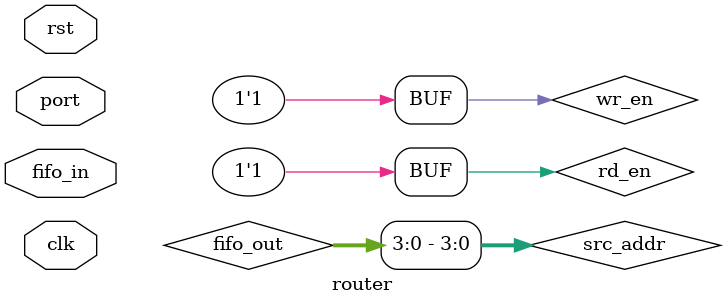
<source format=v>
`timescale 1ns / 1ps


module router(
    port,
    fifo_in,
    clk,
    rst
    );
    
    input wire [1:0] port;
    input wire [63:0] fifo_in;
    input wire clk;
    input wire rst;
    
    reg rd_en = 1;
    reg wr_en = 1;
    wire [63:0] fifo_out;
    wire empty;
    wire full;
    wire [3:0] fifo_counter;
    
    fifo1 buffer(rst, clk, rd_en, wr_en, fifo_in,
            fifo_out, empty, full, fifo_counter // Able to count more than depth
        );
    
    reg [3:0] src_addr;
    reg [3:0] dest_addr;
    
    always @(fifo_out) begin
        src_addr <= fifo_out[3:0];
        dest_addr <= fifo_out[7:4];
        $display("SRC AND DEST CHANGED.");
    end
    
    always @(negedge clk) begin
        $display("SRC:%b DEST:%b PORT:%b",src_addr,dest_addr,port);
    end
    
    //Call routing logic
    routelogic_leaf leaf1(port, src_addr, dest_addr, clk, rst);
    
endmodule

</source>
